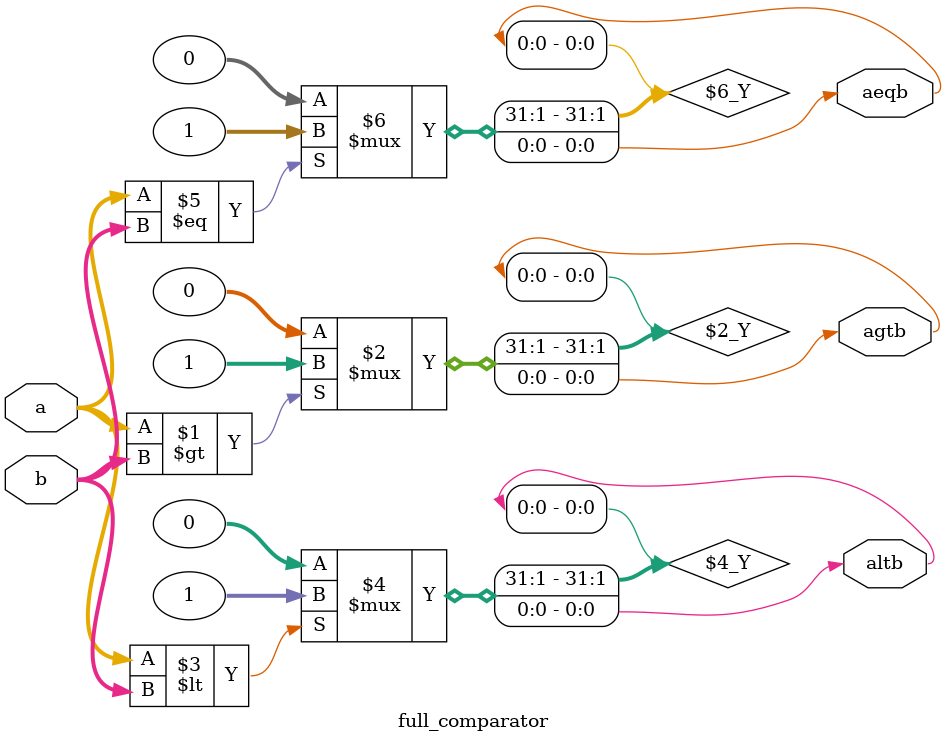
<source format=v>
/* make a full comparator with three conditions 
	a>b;	a<b ; a=b;
*/

module full_comparator #(parameter width = 8)
(
input		[width-1:0]a,
input		[width-1:0]b,
output		agtb,
output		altb,
output		aeqb
);


assign agtb 	= a>b ? 1 : 0;

assign altb	= a<b ? 1 : 0;

assign aeqb	= a == b ? 1 : 0;


endmodule 
</source>
